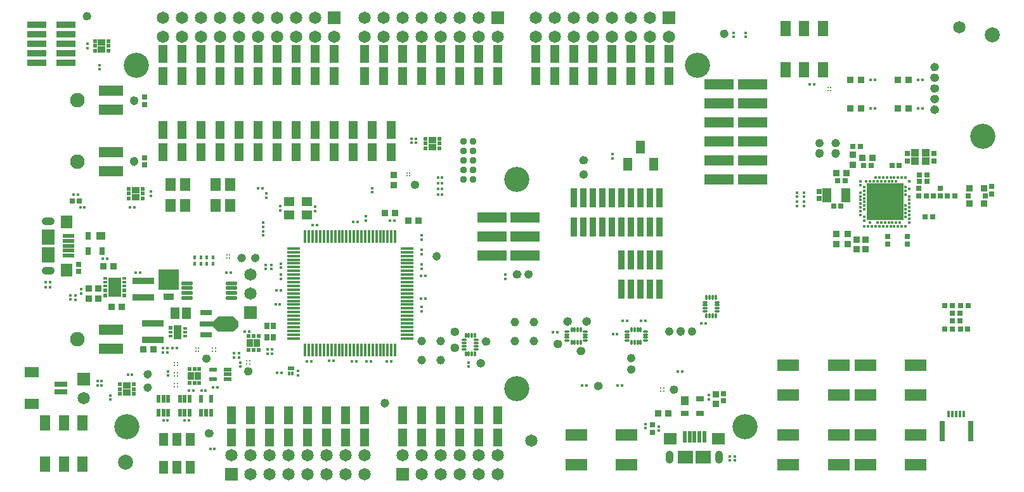
<source format=gts>
G04*
G04 #@! TF.GenerationSoftware,Altium Limited,Altium Designer,21.0.9 (235)*
G04*
G04 Layer_Color=8388736*
%FSLAX24Y24*%
%MOIN*%
G70*
G04*
G04 #@! TF.SameCoordinates,03FFB426-F04E-41D0-9F73-41BCBE92060F*
G04*
G04*
G04 #@! TF.FilePolarity,Negative*
G04*
G01*
G75*
%ADD110C,0.0240*%
%ADD111R,0.0232X0.0154*%
%ADD112R,0.0232X0.0242*%
%ADD113R,0.0690X0.1044*%
%ADD114R,0.0327X0.0209*%
%ADD115R,0.0150X0.0209*%
%ADD116R,0.1060X0.1111*%
%ADD117R,0.0560X0.0360*%
%ADD118R,0.0454X0.0690*%
%ADD119C,0.0139*%
%ADD120O,0.0611X0.0217*%
%ADD121C,0.0132*%
%ADD122O,0.0118X0.0287*%
%ADD123O,0.0287X0.0118*%
%ADD124R,0.1143X0.0611*%
%ADD125R,0.0166X0.0178*%
%ADD126R,0.0256X0.0276*%
%ADD127R,0.1312X0.0560*%
%ADD128R,0.0296X0.1084*%
%ADD129R,0.0157X0.0354*%
%ADD130R,0.0257X0.0316*%
%ADD131R,0.0395X0.0296*%
%ADD132R,0.0395X0.0454*%
%ADD133R,0.0375X0.0355*%
%ADD134C,0.0454*%
%ADD135R,0.0532X0.0690*%
%ADD136R,0.0359X0.1005*%
%ADD137R,0.1560X0.0560*%
%ADD138R,0.0462X0.0922*%
%ADD139R,0.0532X0.0847*%
%ADD140O,0.0689X0.0157*%
%ADD141O,0.0157X0.0689*%
%ADD142R,0.0532X0.0493*%
%ADD143R,0.0296X0.0395*%
%ADD144R,0.0454X0.0395*%
%ADD145R,0.0592X0.0217*%
%ADD146R,0.0670X0.0808*%
%ADD147R,0.0611X0.0690*%
%ADD148R,0.0295X0.0374*%
%ADD149C,0.0787*%
%ADD150C,0.0370*%
%ADD151R,0.0355X0.0375*%
%ADD152R,0.0670X0.0296*%
%ADD153R,0.0769X0.0532*%
%ADD154R,0.0323X0.0406*%
%ADD155R,0.0209X0.0220*%
%ADD156R,0.0198X0.0414*%
%ADD157R,0.0454X0.0769*%
%ADD158R,0.1949X0.1949*%
%ADD159C,0.0148*%
%ADD160R,0.0288X0.0257*%
%ADD161R,0.0375X0.0355*%
%ADD162R,0.0257X0.0296*%
%ADD163R,0.0493X0.0611*%
%ADD164R,0.1123X0.0375*%
%ADD165R,0.0220X0.0209*%
%ADD166R,0.0406X0.0323*%
%ADD167R,0.0414X0.0769*%
%ADD168R,0.0237X0.0158*%
%ADD169R,0.0237X0.0198*%
%ADD170R,0.0611X0.0296*%
%ADD171R,0.0729X0.0296*%
%ADD172R,0.0158X0.0202*%
%ADD173R,0.0360X0.0380*%
%ADD174R,0.0157X0.0146*%
%ADD175R,0.0146X0.0157*%
%ADD176R,0.0178X0.0166*%
%ADD177R,0.0296X0.0257*%
%ADD178R,0.0316X0.0257*%
%ADD179R,0.0434X0.0395*%
%ADD180R,0.0276X0.0256*%
%ADD181R,0.0414X0.0198*%
%ADD182R,0.0690X0.0611*%
%ADD183R,0.0808X0.0670*%
%ADD184R,0.0217X0.0592*%
%ADD185R,0.1005X0.0359*%
%ADD186C,0.0761*%
%ADD187C,0.0651*%
%ADD188R,0.0651X0.0651*%
%ADD189O,0.0690X0.0414*%
%ADD190R,0.0651X0.0651*%
%ADD191O,0.0414X0.0690*%
%ADD192C,0.1320*%
G36*
X11083Y-3696D02*
X11088Y-3697D01*
X11092Y-3699D01*
X11096Y-3702D01*
X11100Y-3705D01*
X11356Y-3961D01*
X11359Y-3964D01*
X11361Y-3968D01*
X11363Y-3973D01*
X11364Y-3977D01*
X11364Y-3982D01*
Y-4218D01*
X11364Y-4223D01*
X11363Y-4227D01*
X11361Y-4232D01*
X11359Y-4236D01*
X11356Y-4239D01*
X11100Y-4495D01*
X11096Y-4498D01*
X11092Y-4501D01*
X11088Y-4503D01*
X11083Y-4504D01*
X11078Y-4504D01*
X10291D01*
X10286Y-4504D01*
X10282Y-4503D01*
X10277Y-4501D01*
X10273Y-4498D01*
X10270Y-4495D01*
X10014Y-4239D01*
X10011Y-4236D01*
X10008Y-4232D01*
X10006Y-4227D01*
X10005Y-4223D01*
X10005Y-4218D01*
Y-3982D01*
X10005Y-3977D01*
X10006Y-3973D01*
X10008Y-3968D01*
X10011Y-3964D01*
X10014Y-3961D01*
X10270Y-3705D01*
X10273Y-3702D01*
X10277Y-3699D01*
X10282Y-3697D01*
X10286Y-3696D01*
X10291Y-3696D01*
X11078D01*
X11083Y-3696D01*
D02*
G37*
D110*
X34710Y-4511D02*
G03*
X34710Y-4511I-110J0D01*
G01*
Y-4489D02*
G03*
X34710Y-4489I-110J0D01*
G01*
X29459Y-5530D02*
G03*
X29459Y-5530I-110J0D01*
G01*
X29481D02*
G03*
X29481Y-5530I-110J0D01*
G01*
X48074Y8837D02*
G03*
X48074Y8837I-110J0D01*
G01*
X48052D02*
G03*
X48052Y8837I-110J0D01*
G01*
X37000Y11149D02*
G03*
X37000Y11149I-110J0D01*
G01*
X42860Y5399D02*
G03*
X42860Y5399I-110J0D01*
G01*
X26121Y-1500D02*
G03*
X26121Y-1500I-110J0D01*
G01*
X26099D02*
G03*
X26099Y-1500I-110J0D01*
G01*
X30391Y-7370D02*
G03*
X30391Y-7370I-110J0D01*
G01*
X30369D02*
G03*
X30369Y-7370I-110J0D01*
G01*
X11630Y-639D02*
G03*
X11630Y-639I-110J0D01*
G01*
X20741Y3210D02*
G03*
X20741Y3210I-110J0D01*
G01*
X34360Y-7559D02*
G03*
X34360Y-7559I-110J0D01*
G01*
X12350Y-639D02*
G03*
X12350Y-639I-110J0D01*
G01*
X3501Y12070D02*
G03*
X3501Y12070I-110J0D01*
G01*
X32111Y-6500D02*
G03*
X32111Y-6500I-110J0D01*
G01*
X34110Y-4501D02*
G03*
X34110Y-4501I-110J0D01*
G01*
X35310D02*
G03*
X35310Y-4501I-110J0D01*
G01*
X32109Y-5900D02*
G03*
X32109Y-5900I-110J0D01*
G01*
X5980Y7619D02*
G03*
X5980Y7619I-110J0D01*
G01*
Y7641D02*
G03*
X5980Y7641I-110J0D01*
G01*
Y4428D02*
G03*
X5980Y4428I-110J0D01*
G01*
Y4450D02*
G03*
X5980Y4450I-110J0D01*
G01*
X9780Y-5929D02*
G03*
X9780Y-5929I-110J0D01*
G01*
X19160Y-8259D02*
G03*
X19160Y-8259I-110J0D01*
G01*
Y-8281D02*
G03*
X19160Y-8281I-110J0D01*
G01*
X11979Y-6597D02*
G03*
X11979Y-6597I-110J0D01*
G01*
X6692Y-7450D02*
G03*
X6692Y-7450I-110J0D01*
G01*
Y-6750D02*
G03*
X6692Y-6750I-110J0D01*
G01*
X26711Y-1500D02*
G03*
X26711Y-1500I-110J0D01*
G01*
X21881Y-549D02*
G03*
X21881Y-549I-110J0D01*
G01*
X48062Y9397D02*
G03*
X48062Y9397I-110J0D01*
G01*
X48052Y7157D02*
G03*
X48052Y7157I-110J0D01*
G01*
X48074D02*
G03*
X48074Y7157I-110J0D01*
G01*
X48052Y7717D02*
G03*
X48052Y7717I-110J0D01*
G01*
X48074D02*
G03*
X48074Y7717I-110J0D01*
G01*
X48052Y8277D02*
G03*
X48052Y8277I-110J0D01*
G01*
X48074D02*
G03*
X48074Y8277I-110J0D01*
G01*
X42010Y5399D02*
G03*
X42010Y5399I-110J0D01*
G01*
X42860Y4871D02*
G03*
X42860Y4871I-110J0D01*
G01*
Y4849D02*
G03*
X42860Y4849I-110J0D01*
G01*
X42010Y4871D02*
G03*
X42010Y4871I-110J0D01*
G01*
Y4849D02*
G03*
X42010Y4849I-110J0D01*
G01*
X28239Y-5160D02*
G03*
X28239Y-5160I-110J0D01*
G01*
X28261D02*
G03*
X28261Y-5160I-110J0D01*
G01*
X24211Y-6170D02*
G03*
X24211Y-6170I-110J0D01*
G01*
X24189D02*
G03*
X24189Y-6170I-110J0D01*
G01*
X24491Y-5030D02*
G03*
X24491Y-5030I-110J0D01*
G01*
X24469D02*
G03*
X24469Y-5030I-110J0D01*
G01*
X22829Y-4520D02*
G03*
X22829Y-4520I-110J0D01*
G01*
X22851D02*
G03*
X22851Y-4520I-110J0D01*
G01*
X22829Y-5360D02*
G03*
X22829Y-5360I-110J0D01*
G01*
X22851D02*
G03*
X22851Y-5360I-110J0D01*
G01*
X28759Y-3980D02*
G03*
X28759Y-3980I-110J0D01*
G01*
X28781D02*
G03*
X28781Y-3980I-110J0D01*
G01*
X29759D02*
G03*
X29759Y-3980I-110J0D01*
G01*
X29781D02*
G03*
X29781Y-3980I-110J0D01*
G01*
X29621Y4500D02*
G03*
X29621Y4500I-110J0D01*
G01*
X29599D02*
G03*
X29599Y4500I-110J0D01*
G01*
X29611Y3750D02*
G03*
X29611Y3750I-110J0D01*
G01*
X9931Y-9860D02*
G03*
X9931Y-9860I-110J0D01*
G01*
X9909D02*
G03*
X9909Y-9860I-110J0D01*
G01*
D111*
X5360Y-1707D02*
D03*
Y-1904D02*
D03*
Y-2101D02*
D03*
X4360D02*
D03*
Y-1904D02*
D03*
Y-1707D02*
D03*
D112*
X5360Y-2357D02*
D03*
Y-2613D02*
D03*
X4360D02*
D03*
Y-2357D02*
D03*
D113*
X4860Y-2160D02*
D03*
D114*
X14110Y-6442D02*
D03*
D115*
X14021Y-6718D02*
D03*
X14199D02*
D03*
D116*
X7680Y-1764D02*
D03*
D117*
Y-2690D02*
D03*
D118*
X8809Y-11628D02*
D03*
X8120D02*
D03*
X7431D02*
D03*
Y-10172D02*
D03*
X8120D02*
D03*
X8809D02*
D03*
X33189Y4297D02*
D03*
X31811D02*
D03*
X32500Y5203D02*
D03*
D119*
X34600Y-4633D02*
D03*
Y-4367D02*
D03*
X29227Y-5530D02*
D03*
X29493D02*
D03*
X48086Y8837D02*
D03*
X47820D02*
D03*
X36890Y11273D02*
D03*
Y11027D02*
D03*
X42750Y5523D02*
D03*
Y5277D02*
D03*
X26133Y-1500D02*
D03*
X25867D02*
D03*
X30403Y-7370D02*
D03*
X30137D02*
D03*
X11520Y-763D02*
D03*
Y-517D02*
D03*
X20753Y3210D02*
D03*
X20507D02*
D03*
X34250Y-7437D02*
D03*
Y-7683D02*
D03*
X12240Y-517D02*
D03*
Y-763D02*
D03*
X3513Y12070D02*
D03*
X3267D02*
D03*
X32123Y-6500D02*
D03*
X31877D02*
D03*
X34000Y-4623D02*
D03*
Y-4377D02*
D03*
X35200Y-4623D02*
D03*
Y-4377D02*
D03*
X31877Y-5900D02*
D03*
X32123D02*
D03*
X5870Y7497D02*
D03*
Y7763D02*
D03*
Y4306D02*
D03*
Y4572D02*
D03*
X9670Y-5807D02*
D03*
Y-6053D02*
D03*
X19050Y-8137D02*
D03*
Y-8403D02*
D03*
X11991Y-6597D02*
D03*
X11745D02*
D03*
X6704Y-7450D02*
D03*
X6458D02*
D03*
X6704Y-6750D02*
D03*
X6458D02*
D03*
X26723Y-1500D02*
D03*
X26477D02*
D03*
X21771Y-427D02*
D03*
Y-673D02*
D03*
X47830Y9397D02*
D03*
X48076D02*
D03*
X47820Y7157D02*
D03*
X48086D02*
D03*
X47820Y7717D02*
D03*
X48086D02*
D03*
X47820Y8277D02*
D03*
X48086D02*
D03*
X41900Y5277D02*
D03*
Y5523D02*
D03*
X42750Y4993D02*
D03*
Y4727D02*
D03*
X41900Y4993D02*
D03*
Y4727D02*
D03*
X28007Y-5160D02*
D03*
X28273D02*
D03*
X24223Y-6170D02*
D03*
X23957D02*
D03*
X24503Y-5030D02*
D03*
X24237D02*
D03*
X22597Y-4520D02*
D03*
X22863D02*
D03*
X22597Y-5360D02*
D03*
X22863D02*
D03*
X28527Y-3980D02*
D03*
X28793D02*
D03*
X29527D02*
D03*
X29793D02*
D03*
X29633Y4500D02*
D03*
X29367D02*
D03*
X29377Y3750D02*
D03*
X29623D02*
D03*
X9943Y-9860D02*
D03*
X9677D02*
D03*
D120*
X8659Y-1966D02*
D03*
Y-2222D02*
D03*
Y-2478D02*
D03*
Y-2734D02*
D03*
X10981Y-1966D02*
D03*
Y-2222D02*
D03*
Y-2478D02*
D03*
Y-2734D02*
D03*
D121*
X11779Y-6049D02*
D03*
X11937D02*
D03*
X11779Y-6206D02*
D03*
X11937D02*
D03*
X20201Y3681D02*
D03*
Y3839D02*
D03*
X20359Y3681D02*
D03*
Y3839D02*
D03*
X10741Y-629D02*
D03*
Y-471D02*
D03*
X10899Y-629D02*
D03*
Y-471D02*
D03*
X33709Y-7481D02*
D03*
Y-7639D02*
D03*
X33551Y-7481D02*
D03*
Y-7639D02*
D03*
X9259Y-5539D02*
D03*
X9101D02*
D03*
X9259Y-5381D02*
D03*
X9101D02*
D03*
X10149Y-5539D02*
D03*
X9991D02*
D03*
X10149Y-5381D02*
D03*
X9991D02*
D03*
X7991Y-7241D02*
D03*
X8149D02*
D03*
X7991Y-7399D02*
D03*
X8149D02*
D03*
X7991Y-6686D02*
D03*
X8149D02*
D03*
X7991Y-6844D02*
D03*
X8149D02*
D03*
X7991Y-6131D02*
D03*
X8149D02*
D03*
X7991Y-6289D02*
D03*
X8149D02*
D03*
X42497Y8160D02*
D03*
X42340D02*
D03*
X42497Y8317D02*
D03*
X42340D02*
D03*
D122*
X28874Y-5065D02*
D03*
X29031D02*
D03*
X29189D02*
D03*
X29346D02*
D03*
Y-4415D02*
D03*
X29189D02*
D03*
X29031D02*
D03*
X28874D02*
D03*
X36436Y-2718D02*
D03*
X36279D02*
D03*
X36121D02*
D03*
X35964D02*
D03*
Y-3682D02*
D03*
X36121D02*
D03*
X36279D02*
D03*
X36436D02*
D03*
X32024Y-4415D02*
D03*
X32181D02*
D03*
X32339D02*
D03*
X32496D02*
D03*
Y-5065D02*
D03*
X32339D02*
D03*
X32181D02*
D03*
X32024D02*
D03*
X23776Y-5672D02*
D03*
X23619D02*
D03*
X23461D02*
D03*
X23304D02*
D03*
Y-4708D02*
D03*
X23461D02*
D03*
X23619D02*
D03*
X23776D02*
D03*
D123*
X29592Y-4976D02*
D03*
Y-4819D02*
D03*
Y-4661D02*
D03*
Y-4504D02*
D03*
X28628D02*
D03*
Y-4661D02*
D03*
Y-4819D02*
D03*
Y-4976D02*
D03*
X36525Y-3436D02*
D03*
Y-3279D02*
D03*
Y-3121D02*
D03*
Y-2964D02*
D03*
X35875D02*
D03*
Y-3121D02*
D03*
Y-3279D02*
D03*
Y-3436D02*
D03*
X31778Y-4976D02*
D03*
Y-4819D02*
D03*
Y-4661D02*
D03*
Y-4504D02*
D03*
X32742D02*
D03*
Y-4661D02*
D03*
Y-4819D02*
D03*
Y-4976D02*
D03*
X23215Y-5426D02*
D03*
Y-5269D02*
D03*
Y-5111D02*
D03*
Y-4954D02*
D03*
X23865D02*
D03*
Y-5111D02*
D03*
Y-5269D02*
D03*
Y-5426D02*
D03*
D124*
X29101Y-9940D02*
D03*
Y-11515D02*
D03*
X31759Y-9940D02*
D03*
Y-11515D02*
D03*
X46964Y-11515D02*
D03*
Y-9940D02*
D03*
X44307Y-11515D02*
D03*
Y-9940D02*
D03*
X42924Y-11515D02*
D03*
Y-9940D02*
D03*
X40267Y-11515D02*
D03*
Y-9940D02*
D03*
X44307Y-6268D02*
D03*
Y-7843D02*
D03*
X46964Y-6268D02*
D03*
Y-7843D02*
D03*
X40267Y-6268D02*
D03*
Y-7843D02*
D03*
X42924Y-6268D02*
D03*
Y-7843D02*
D03*
D125*
X31278Y-7350D02*
D03*
X31502D02*
D03*
X11679Y-4508D02*
D03*
X11904D02*
D03*
X12388Y3020D02*
D03*
X12612D02*
D03*
X34672Y-6610D02*
D03*
X34448D02*
D03*
X31772Y-3940D02*
D03*
X31548D02*
D03*
X32528D02*
D03*
X32752D02*
D03*
X22062Y3600D02*
D03*
X21838D02*
D03*
Y3300D02*
D03*
X22062D02*
D03*
X21838Y3000D02*
D03*
X22062D02*
D03*
X21838Y2700D02*
D03*
X22062D02*
D03*
X13398Y-6690D02*
D03*
X13622D02*
D03*
X10092Y-10680D02*
D03*
X9868D02*
D03*
X5762Y-6770D02*
D03*
X5538D02*
D03*
X7878Y-5380D02*
D03*
X8102D02*
D03*
X7388Y-5380D02*
D03*
X7612D02*
D03*
X1216Y-1910D02*
D03*
X1441D02*
D03*
X47311Y7227D02*
D03*
X47086D02*
D03*
X44821D02*
D03*
X44596D02*
D03*
X29428Y-7350D02*
D03*
X29652D02*
D03*
X47311Y8727D02*
D03*
X47086D02*
D03*
X44821D02*
D03*
X44596D02*
D03*
X5872Y2040D02*
D03*
X5648D02*
D03*
X20958Y-1580D02*
D03*
X21182D02*
D03*
X18302Y-6060D02*
D03*
X18078D02*
D03*
X17318D02*
D03*
X17542D02*
D03*
X41398Y8490D02*
D03*
X41622D02*
D03*
X8972Y-7610D02*
D03*
X8748D02*
D03*
D126*
X48900Y-3553D02*
D03*
Y-3947D02*
D03*
X6430Y7827D02*
D03*
Y7433D02*
D03*
Y4242D02*
D03*
Y4636D02*
D03*
X49290Y-3947D02*
D03*
Y-3553D02*
D03*
D127*
X4650Y3929D02*
D03*
Y4929D02*
D03*
Y-5410D02*
D03*
Y-4410D02*
D03*
Y7157D02*
D03*
Y8157D02*
D03*
D128*
X49842Y-9733D02*
D03*
X48346D02*
D03*
D129*
X49290Y-8827D02*
D03*
X49094D02*
D03*
X48897D02*
D03*
X48700D02*
D03*
X49487D02*
D03*
D130*
X2936Y-983D02*
D03*
Y-1357D02*
D03*
X33113Y-9797D02*
D03*
Y-9423D02*
D03*
X36856Y-7763D02*
D03*
Y-8137D02*
D03*
D131*
X35611Y-8055D02*
D03*
Y-8803D02*
D03*
X34804D02*
D03*
D132*
Y-8134D02*
D03*
D133*
X36466Y-7794D02*
D03*
Y-8325D02*
D03*
X43667Y4800D02*
D03*
Y4269D02*
D03*
X42790Y95D02*
D03*
Y627D02*
D03*
X43381D02*
D03*
Y95D02*
D03*
X19530Y3194D02*
D03*
Y3726D02*
D03*
X3500Y-2776D02*
D03*
Y-2244D02*
D03*
X3970Y-2776D02*
D03*
Y-2244D02*
D03*
X44307Y-190D02*
D03*
Y341D02*
D03*
X43844Y-190D02*
D03*
Y341D02*
D03*
D134*
X22000Y-5000D02*
D03*
X21000D02*
D03*
X22000Y-6000D02*
D03*
X21000D02*
D03*
X26900Y-4000D02*
D03*
Y-5000D02*
D03*
X25900Y-4000D02*
D03*
X25900Y-5000D02*
D03*
D135*
X10925Y3211D02*
D03*
X10137D02*
D03*
X8563D02*
D03*
X10925Y2109D02*
D03*
X10137D02*
D03*
X7775D02*
D03*
X8563D02*
D03*
X7775Y3211D02*
D03*
D136*
X29000Y2518D02*
D03*
X29500D02*
D03*
X30000D02*
D03*
X30500D02*
D03*
X31000D02*
D03*
X29000Y982D02*
D03*
X29500D02*
D03*
X30000D02*
D03*
X30500D02*
D03*
X31000D02*
D03*
X33500D02*
D03*
X33000D02*
D03*
X32500D02*
D03*
X32000D02*
D03*
X31500D02*
D03*
X33500Y2518D02*
D03*
X33000D02*
D03*
X32500D02*
D03*
X32000D02*
D03*
X31500D02*
D03*
X33500Y-732D02*
D03*
X33000D02*
D03*
X33500Y-2268D02*
D03*
X33000D02*
D03*
X32500Y-732D02*
D03*
X32000D02*
D03*
X31500D02*
D03*
X32500Y-2268D02*
D03*
X32000D02*
D03*
X31500D02*
D03*
D137*
X38375Y3500D02*
D03*
X36625D02*
D03*
X38375Y4500D02*
D03*
X36625D02*
D03*
X38375Y5500D02*
D03*
X36625D02*
D03*
X38375Y6500D02*
D03*
X36625D02*
D03*
X38375Y7500D02*
D03*
X36625D02*
D03*
X38375Y8500D02*
D03*
X36625D02*
D03*
X26425Y-500D02*
D03*
X24675D02*
D03*
X26425Y500D02*
D03*
X24675D02*
D03*
X26425Y1500D02*
D03*
X24675D02*
D03*
D138*
X32000Y10077D02*
D03*
X28000D02*
D03*
X32000Y8923D02*
D03*
X28000D02*
D03*
X33000Y10077D02*
D03*
X34000D02*
D03*
X29000D02*
D03*
X30000D02*
D03*
X27000D02*
D03*
X33000Y8923D02*
D03*
X34000D02*
D03*
X29000Y8923D02*
D03*
X30000Y8923D02*
D03*
X27000D02*
D03*
X31000Y10077D02*
D03*
Y8923D02*
D03*
X14400Y10077D02*
D03*
X10400D02*
D03*
X14400Y8923D02*
D03*
X10400Y8923D02*
D03*
X16400Y10077D02*
D03*
X15400D02*
D03*
X12400D02*
D03*
X11400D02*
D03*
X9400D02*
D03*
X8400D02*
D03*
X16400Y8923D02*
D03*
X15400D02*
D03*
X12400D02*
D03*
X11400D02*
D03*
X9400D02*
D03*
X8400Y8923D02*
D03*
X13400Y10077D02*
D03*
X7400D02*
D03*
X13400Y8923D02*
D03*
X7400D02*
D03*
X13000Y-10077D02*
D03*
X17000D02*
D03*
X13000Y-8923D02*
D03*
X17000D02*
D03*
X12000Y-10077D02*
D03*
X11000D02*
D03*
X16000D02*
D03*
X15000D02*
D03*
X18000D02*
D03*
X12000Y-8923D02*
D03*
X11000D02*
D03*
X16000Y-8923D02*
D03*
X15000Y-8923D02*
D03*
X18000D02*
D03*
X14000Y-10077D02*
D03*
Y-8923D02*
D03*
X22000Y-10077D02*
D03*
Y-8923D02*
D03*
X20000Y-10077D02*
D03*
X21000D02*
D03*
X24000D02*
D03*
X25000D02*
D03*
X20000Y-8923D02*
D03*
X21000D02*
D03*
X24000D02*
D03*
X25000D02*
D03*
X23000Y-10077D02*
D03*
X23000Y-8923D02*
D03*
X15400Y6077D02*
D03*
Y4923D02*
D03*
X16400Y6077D02*
D03*
Y4923D02*
D03*
X7400D02*
D03*
Y6077D02*
D03*
X11400D02*
D03*
Y4923D02*
D03*
X12400Y6077D02*
D03*
Y4923D02*
D03*
X10400Y6077D02*
D03*
Y4923D02*
D03*
X9400Y6077D02*
D03*
Y4923D02*
D03*
X8400D02*
D03*
Y6077D02*
D03*
X14400Y4923D02*
D03*
Y6077D02*
D03*
X13400Y4923D02*
D03*
Y6077D02*
D03*
X17400Y4923D02*
D03*
Y6077D02*
D03*
X18400Y4923D02*
D03*
Y6077D02*
D03*
X19400Y4923D02*
D03*
Y6077D02*
D03*
X22000Y8923D02*
D03*
Y10077D02*
D03*
X18000Y8923D02*
D03*
X21000D02*
D03*
X20000Y8923D02*
D03*
X25000Y8923D02*
D03*
X24000D02*
D03*
X18000Y10077D02*
D03*
X21000D02*
D03*
X20000D02*
D03*
X25000D02*
D03*
X24000D02*
D03*
X19000Y8923D02*
D03*
X23000D02*
D03*
X19000Y10077D02*
D03*
X23000D02*
D03*
D139*
X3160Y-9307D02*
D03*
X1192D02*
D03*
X2176D02*
D03*
Y-11473D02*
D03*
X1192D02*
D03*
X3160D02*
D03*
X40106Y9247D02*
D03*
X42074D02*
D03*
X41090D02*
D03*
Y11413D02*
D03*
X42074D02*
D03*
X40106D02*
D03*
D140*
X14244Y-4862D02*
D03*
Y-4665D02*
D03*
Y-4469D02*
D03*
Y-4272D02*
D03*
Y-4075D02*
D03*
Y-3878D02*
D03*
Y-3681D02*
D03*
Y-3484D02*
D03*
Y-3287D02*
D03*
Y-3091D02*
D03*
Y-2894D02*
D03*
Y-2697D02*
D03*
Y-2500D02*
D03*
Y-2303D02*
D03*
Y-2106D02*
D03*
Y-1909D02*
D03*
Y-1713D02*
D03*
Y-1516D02*
D03*
Y-1319D02*
D03*
Y-1122D02*
D03*
Y-925D02*
D03*
Y-728D02*
D03*
Y-531D02*
D03*
Y-335D02*
D03*
Y-138D02*
D03*
X20208D02*
D03*
Y-335D02*
D03*
Y-531D02*
D03*
Y-728D02*
D03*
Y-925D02*
D03*
Y-1122D02*
D03*
Y-1319D02*
D03*
Y-1516D02*
D03*
Y-1713D02*
D03*
Y-1909D02*
D03*
Y-2106D02*
D03*
Y-2303D02*
D03*
Y-2500D02*
D03*
Y-2697D02*
D03*
Y-2894D02*
D03*
Y-3091D02*
D03*
Y-3287D02*
D03*
Y-3484D02*
D03*
Y-3681D02*
D03*
Y-3878D02*
D03*
Y-4075D02*
D03*
Y-4272D02*
D03*
Y-4469D02*
D03*
Y-4665D02*
D03*
Y-4862D02*
D03*
D141*
X14864Y482D02*
D03*
X15061D02*
D03*
X15258D02*
D03*
X15454D02*
D03*
X15651D02*
D03*
X15848D02*
D03*
X16045D02*
D03*
X16242D02*
D03*
X16439D02*
D03*
X16636D02*
D03*
X16832D02*
D03*
X17029D02*
D03*
X17226D02*
D03*
X17423D02*
D03*
X17620D02*
D03*
X17817D02*
D03*
X18013D02*
D03*
X18210D02*
D03*
X18407D02*
D03*
X18604D02*
D03*
X18801D02*
D03*
X18998D02*
D03*
X19195D02*
D03*
X19391D02*
D03*
X19588D02*
D03*
Y-5482D02*
D03*
X19391D02*
D03*
X19195D02*
D03*
X18998D02*
D03*
X18801D02*
D03*
X18604D02*
D03*
X18407D02*
D03*
X18210D02*
D03*
X18013D02*
D03*
X17817D02*
D03*
X17620D02*
D03*
X17423D02*
D03*
X17226D02*
D03*
X17029D02*
D03*
X16832D02*
D03*
X16636D02*
D03*
X16439D02*
D03*
X16242D02*
D03*
X16045D02*
D03*
X15848D02*
D03*
X15651D02*
D03*
X15454D02*
D03*
X15258D02*
D03*
X15061D02*
D03*
X14864D02*
D03*
D142*
X14006Y2311D02*
D03*
Y1609D02*
D03*
X14946Y2311D02*
D03*
Y1609D02*
D03*
D143*
X4200Y-274D02*
D03*
X3452D02*
D03*
Y534D02*
D03*
D144*
X4121D02*
D03*
D145*
X2418Y-0D02*
D03*
Y256D02*
D03*
Y512D02*
D03*
Y-256D02*
D03*
Y-512D02*
D03*
D146*
X1365Y472D02*
D03*
Y-472D02*
D03*
D147*
X2330Y-1260D02*
D03*
Y1260D02*
D03*
D148*
X13183Y-4225D02*
D03*
Y-4795D02*
D03*
X12849D02*
D03*
Y-4225D02*
D03*
D149*
X50973Y11100D02*
D03*
X5411Y-11380D02*
D03*
D150*
X23675Y3500D02*
D03*
Y4000D02*
D03*
Y4500D02*
D03*
Y5000D02*
D03*
Y5500D02*
D03*
X23175D02*
D03*
Y5000D02*
D03*
Y4500D02*
D03*
Y4000D02*
D03*
Y3500D02*
D03*
D151*
X4792Y-1060D02*
D03*
X4260D02*
D03*
X44681Y4619D02*
D03*
X44149D02*
D03*
X33434Y-8800D02*
D03*
X33966D02*
D03*
X6886Y-5430D02*
D03*
X6354D02*
D03*
X5226Y-3220D02*
D03*
X4694D02*
D03*
X20284Y1310D02*
D03*
X20816D02*
D03*
X19592Y1730D02*
D03*
X19060D02*
D03*
X42791Y3817D02*
D03*
X43322D02*
D03*
D152*
X2010Y-7273D02*
D03*
Y-7667D02*
D03*
D153*
X484Y-6643D02*
D03*
Y-8297D02*
D03*
D154*
X11959Y-5108D02*
D03*
X12333D02*
D03*
X9223Y-6848D02*
D03*
X8849D02*
D03*
D155*
X12402Y-5465D02*
D03*
X12146Y-5465D02*
D03*
X11890D02*
D03*
Y-4752D02*
D03*
X12146D02*
D03*
X12402D02*
D03*
X9292Y-6492D02*
D03*
X9036D02*
D03*
X8780D02*
D03*
Y-7204D02*
D03*
X9036D02*
D03*
X9292D02*
D03*
D156*
X9394Y-8774D02*
D03*
X9650D02*
D03*
X9906D02*
D03*
Y-8026D02*
D03*
X9394D02*
D03*
X8786Y-8026D02*
D03*
X8530D02*
D03*
X8274D02*
D03*
Y-8774D02*
D03*
X8530D02*
D03*
X8786D02*
D03*
X7666D02*
D03*
X7410D02*
D03*
X7154D02*
D03*
Y-8026D02*
D03*
X7410D02*
D03*
X7666D02*
D03*
D157*
X43276Y2667D02*
D03*
X42292D02*
D03*
D158*
X45340Y2310D02*
D03*
D159*
X46423Y1030D02*
D03*
X46226D02*
D03*
X46029D02*
D03*
X45832D02*
D03*
X45635D02*
D03*
X45438D02*
D03*
X45242D02*
D03*
X45045D02*
D03*
X44848D02*
D03*
X44651D02*
D03*
X44454D02*
D03*
X44257D02*
D03*
X46620Y1227D02*
D03*
X46127D02*
D03*
X45931D02*
D03*
X45734D02*
D03*
X45537D02*
D03*
X45340D02*
D03*
X45143D02*
D03*
X44946D02*
D03*
X44553D02*
D03*
X44257Y1326D02*
D03*
X46620Y1424D02*
D03*
X46423Y1523D02*
D03*
X44257D02*
D03*
X46620Y1621D02*
D03*
X44060D02*
D03*
X46423Y1719D02*
D03*
X46620Y1818D02*
D03*
X44060D02*
D03*
X46423Y1916D02*
D03*
X44257D02*
D03*
X46620Y2015D02*
D03*
X44060D02*
D03*
X46423Y2113D02*
D03*
X44257D02*
D03*
X46620Y2212D02*
D03*
X44060D02*
D03*
X44257Y2310D02*
D03*
X46620Y2408D02*
D03*
X44060D02*
D03*
X44257Y2507D02*
D03*
X46620Y2605D02*
D03*
X44060D02*
D03*
X46423Y2704D02*
D03*
X44257D02*
D03*
X44060Y2802D02*
D03*
X46423Y2901D02*
D03*
X44257D02*
D03*
X46620Y2999D02*
D03*
X44257Y3097D02*
D03*
X44060Y3196D02*
D03*
X46423Y3097D02*
D03*
X46620Y3393D02*
D03*
X45931D02*
D03*
X45734D02*
D03*
X45537D02*
D03*
X45340D02*
D03*
X45143D02*
D03*
X44946D02*
D03*
X44749D02*
D03*
X44553D02*
D03*
X44356D02*
D03*
X44060D02*
D03*
X46423Y3590D02*
D03*
X46029D02*
D03*
X45832D02*
D03*
X45635D02*
D03*
X45438D02*
D03*
X45242D02*
D03*
X45045D02*
D03*
X44848D02*
D03*
X46226D02*
D03*
D160*
X50623Y2615D02*
D03*
X49710D02*
D03*
D161*
X50541Y2211D02*
D03*
Y3018D02*
D03*
X49793D02*
D03*
Y2211D02*
D03*
D162*
X50937Y3131D02*
D03*
Y2738D02*
D03*
X48256Y2633D02*
D03*
Y3027D02*
D03*
X47132Y2615D02*
D03*
Y3009D02*
D03*
X46514Y4474D02*
D03*
Y4867D02*
D03*
X47914Y4474D02*
D03*
Y4867D02*
D03*
X41884Y2874D02*
D03*
Y2480D02*
D03*
X46531Y489D02*
D03*
Y95D02*
D03*
X45468Y489D02*
D03*
Y95D02*
D03*
D163*
X8605Y-3530D02*
D03*
X8015D02*
D03*
D164*
X6850Y-4087D02*
D03*
Y-4953D02*
D03*
X6340Y-2723D02*
D03*
Y-1857D02*
D03*
D165*
X5124Y-7274D02*
D03*
Y-7530D02*
D03*
Y-7786D02*
D03*
X5836D02*
D03*
Y-7530D02*
D03*
Y-7274D02*
D03*
X21197Y5124D02*
D03*
Y5380D02*
D03*
Y5636D02*
D03*
X21910D02*
D03*
Y5380D02*
D03*
Y5124D02*
D03*
X3804Y10254D02*
D03*
Y10510D02*
D03*
Y10766D02*
D03*
X4516D02*
D03*
Y10510D02*
D03*
Y10254D02*
D03*
X6306Y3006D02*
D03*
Y2750D02*
D03*
Y2494D02*
D03*
X5594D02*
D03*
Y2750D02*
D03*
Y3006D02*
D03*
D166*
X5480Y-7343D02*
D03*
Y-7717D02*
D03*
X21553Y5567D02*
D03*
Y5193D02*
D03*
X4160Y10697D02*
D03*
Y10323D02*
D03*
X5950Y2563D02*
D03*
Y2937D02*
D03*
D167*
X8160Y-4540D02*
D03*
D168*
X8544Y-4343D02*
D03*
Y-4540D02*
D03*
Y-4737D02*
D03*
X7776D02*
D03*
Y-4540D02*
D03*
D169*
Y-4323D02*
D03*
D170*
X9641Y-4691D02*
D03*
Y-3509D02*
D03*
D171*
X9700Y-4100D02*
D03*
D172*
X10010Y-616D02*
D03*
Y-947D02*
D03*
X9690D02*
D03*
Y-616D02*
D03*
X9050Y-947D02*
D03*
Y-616D02*
D03*
X9370Y-947D02*
D03*
Y-616D02*
D03*
D173*
X46033Y7227D02*
D03*
X46583D02*
D03*
X44083D02*
D03*
X43533D02*
D03*
X46583Y8727D02*
D03*
X46033D02*
D03*
X44083D02*
D03*
X43533D02*
D03*
D174*
X40710Y2578D02*
D03*
Y2802D02*
D03*
X11368Y-5646D02*
D03*
Y-5870D02*
D03*
X41070Y2578D02*
D03*
Y2802D02*
D03*
X33463Y-9497D02*
D03*
Y-9722D02*
D03*
X2520Y-2822D02*
D03*
Y-2598D02*
D03*
X32765Y-9363D02*
D03*
Y-9587D02*
D03*
X37443Y-11067D02*
D03*
Y-11291D02*
D03*
X36076Y-8072D02*
D03*
Y-7847D02*
D03*
X23460Y-6128D02*
D03*
Y-6352D02*
D03*
X21000Y-432D02*
D03*
Y-208D02*
D03*
Y-1202D02*
D03*
Y-978D02*
D03*
Y-3442D02*
D03*
Y-3218D02*
D03*
X18056Y1328D02*
D03*
Y1552D02*
D03*
X15386Y1828D02*
D03*
Y2052D02*
D03*
X13566Y2082D02*
D03*
Y1858D02*
D03*
X13596Y-928D02*
D03*
Y-1152D02*
D03*
X12796Y-998D02*
D03*
Y-1222D02*
D03*
X13596Y-1508D02*
D03*
Y-1732D02*
D03*
D175*
X8752Y-9190D02*
D03*
X8528D02*
D03*
X10028Y-7430D02*
D03*
X10252D02*
D03*
X9408Y-7610D02*
D03*
X9632D02*
D03*
X7408Y-9190D02*
D03*
X7632D02*
D03*
X7398Y-5600D02*
D03*
X7622D02*
D03*
X10952Y-1400D02*
D03*
X10728D02*
D03*
X5958D02*
D03*
X6182D02*
D03*
X2684Y2697D02*
D03*
X2908D02*
D03*
X1216Y-2190D02*
D03*
X1441D02*
D03*
X4234Y-660D02*
D03*
X4458D02*
D03*
X3262Y2020D02*
D03*
X3038D02*
D03*
X35902Y-4070D02*
D03*
X35678D02*
D03*
X31262Y-4640D02*
D03*
X31038D02*
D03*
X28102Y-4550D02*
D03*
X27878D02*
D03*
X20958Y-2760D02*
D03*
X21182D02*
D03*
X19548Y1330D02*
D03*
X19324D02*
D03*
X19148Y-6070D02*
D03*
X19372D02*
D03*
X17608Y1250D02*
D03*
X17384D02*
D03*
X16352Y-6050D02*
D03*
X16128D02*
D03*
X15488Y1080D02*
D03*
X15264D02*
D03*
X14944Y-6060D02*
D03*
X15168D02*
D03*
X13304Y-3080D02*
D03*
X13528D02*
D03*
X13568Y-2350D02*
D03*
X13344D02*
D03*
D176*
X38010Y11202D02*
D03*
Y10978D02*
D03*
X18400Y3035D02*
D03*
Y2811D02*
D03*
X11122Y-5646D02*
D03*
Y-5870D02*
D03*
X20460Y5632D02*
D03*
Y5408D02*
D03*
X20683Y5632D02*
D03*
Y5408D02*
D03*
X40710Y2312D02*
D03*
Y2088D02*
D03*
X41070Y2312D02*
D03*
Y2088D02*
D03*
X14500Y-6578D02*
D03*
Y-6802D02*
D03*
X4630Y-7868D02*
D03*
Y-8092D02*
D03*
X12830Y2752D02*
D03*
Y2528D02*
D03*
X11457Y-6128D02*
D03*
Y-6352D02*
D03*
X3939Y-7118D02*
D03*
Y-7342D02*
D03*
X4149D02*
D03*
Y-7118D02*
D03*
X3090Y-2502D02*
D03*
Y-2278D02*
D03*
X2800Y-2832D02*
D03*
Y-2608D02*
D03*
X25400Y-1742D02*
D03*
Y-1518D02*
D03*
X21000Y338D02*
D03*
Y562D02*
D03*
X37173Y-11067D02*
D03*
Y-11291D02*
D03*
X12660Y769D02*
D03*
Y545D02*
D03*
X12660Y1007D02*
D03*
Y1232D02*
D03*
X6740Y2842D02*
D03*
Y2618D02*
D03*
X4050Y9502D02*
D03*
Y9278D02*
D03*
X37400Y10978D02*
D03*
Y11202D02*
D03*
X13076Y-998D02*
D03*
Y-1222D02*
D03*
X3410Y10398D02*
D03*
Y10622D02*
D03*
X13133Y-5682D02*
D03*
Y-5458D02*
D03*
X12899Y-5682D02*
D03*
Y-5458D02*
D03*
X31020Y4812D02*
D03*
Y4588D02*
D03*
X7650Y-6822D02*
D03*
Y-6598D02*
D03*
D177*
X47151Y3383D02*
D03*
X47545D02*
D03*
X44213Y4210D02*
D03*
X44607D02*
D03*
X47860Y1523D02*
D03*
X47466D02*
D03*
X47545Y3737D02*
D03*
X47151D02*
D03*
X45704Y4210D02*
D03*
X46098D02*
D03*
X49697Y-4363D02*
D03*
X49303D02*
D03*
X48877D02*
D03*
X48483D02*
D03*
X42637Y2087D02*
D03*
X43031D02*
D03*
X43238Y3427D02*
D03*
X42844D02*
D03*
D178*
X48633Y2612D02*
D03*
X49007D02*
D03*
X47505Y2612D02*
D03*
X47879Y2612D02*
D03*
X43667Y5214D02*
D03*
X44041D02*
D03*
X2612Y2356D02*
D03*
X2986D02*
D03*
D179*
X46929Y4444D02*
D03*
Y4897D02*
D03*
X47500D02*
D03*
Y4444D02*
D03*
D180*
X49705Y-3130D02*
D03*
X49312D02*
D03*
X48492D02*
D03*
X48885D02*
D03*
D181*
X10026Y-7006D02*
D03*
Y-6494D02*
D03*
X10774D02*
D03*
Y-6750D02*
D03*
Y-7006D02*
D03*
D182*
X34067Y-10135D02*
D03*
X36586D02*
D03*
D183*
X35799Y-11100D02*
D03*
X34854D02*
D03*
D184*
X35838Y-10046D02*
D03*
X35582D02*
D03*
X34815D02*
D03*
X35071D02*
D03*
X35326D02*
D03*
D185*
X762Y9640D02*
D03*
Y10640D02*
D03*
Y10140D02*
D03*
Y11140D02*
D03*
Y11640D02*
D03*
X2298Y9640D02*
D03*
Y10140D02*
D03*
Y10640D02*
D03*
Y11140D02*
D03*
Y11640D02*
D03*
D186*
X2880Y4429D02*
D03*
Y-4910D02*
D03*
Y7657D02*
D03*
D187*
X9400Y12000D02*
D03*
Y11000D02*
D03*
X12400D02*
D03*
Y12000D02*
D03*
X14400Y11000D02*
D03*
Y12000D02*
D03*
X15400Y11000D02*
D03*
Y12000D02*
D03*
X16400Y11000D02*
D03*
X13400Y12000D02*
D03*
Y11000D02*
D03*
X11400Y12000D02*
D03*
Y11000D02*
D03*
X10400D02*
D03*
Y12000D02*
D03*
X8400D02*
D03*
Y11000D02*
D03*
X7400D02*
D03*
Y12000D02*
D03*
X24000Y-11000D02*
D03*
Y-12000D02*
D03*
X22000Y-11000D02*
D03*
Y-12000D02*
D03*
X21000Y-11000D02*
D03*
Y-12000D02*
D03*
X20000Y-11000D02*
D03*
X23000Y-12000D02*
D03*
Y-11000D02*
D03*
X25000Y-12000D02*
D03*
Y-11000D02*
D03*
X17000Y-12000D02*
D03*
Y-11000D02*
D03*
X16000D02*
D03*
Y-12000D02*
D03*
X14000Y-11000D02*
D03*
Y-12000D02*
D03*
X11000Y-11000D02*
D03*
X12000Y-12000D02*
D03*
Y-11000D02*
D03*
X13000Y-12000D02*
D03*
Y-11000D02*
D03*
X15000Y-12000D02*
D03*
Y-11000D02*
D03*
X18000D02*
D03*
Y-12000D02*
D03*
X26750Y-10250D02*
D03*
X3220Y-8010D02*
D03*
X12000Y-1500D02*
D03*
Y-2500D02*
D03*
X49250Y11500D02*
D03*
X27000Y12000D02*
D03*
Y11000D02*
D03*
X30000D02*
D03*
Y12000D02*
D03*
X32000Y11000D02*
D03*
Y12000D02*
D03*
X33000Y11000D02*
D03*
Y12000D02*
D03*
X34000Y11000D02*
D03*
X31000Y12000D02*
D03*
Y11000D02*
D03*
X29000Y12000D02*
D03*
Y11000D02*
D03*
X28000D02*
D03*
Y12000D02*
D03*
X18000D02*
D03*
Y11000D02*
D03*
X21000D02*
D03*
Y12000D02*
D03*
X23000Y11000D02*
D03*
Y12000D02*
D03*
X24000Y11000D02*
D03*
Y12000D02*
D03*
X25000Y11000D02*
D03*
X22000Y12000D02*
D03*
Y11000D02*
D03*
X20000Y12000D02*
D03*
Y11000D02*
D03*
X19000D02*
D03*
Y12000D02*
D03*
D188*
X16400D02*
D03*
X20000Y-12000D02*
D03*
X11000D02*
D03*
X34000Y12000D02*
D03*
X25000D02*
D03*
D189*
X1365Y-1299D02*
D03*
Y1299D02*
D03*
D190*
X3220Y-7010D02*
D03*
X12000Y-3500D02*
D03*
D191*
X34027Y-11100D02*
D03*
X36626D02*
D03*
D192*
X50500Y5750D02*
D03*
X26000Y-7500D02*
D03*
Y3500D02*
D03*
X5500Y-9500D02*
D03*
X6000Y9500D02*
D03*
X38000Y-9500D02*
D03*
X35500Y9500D02*
D03*
M02*

</source>
